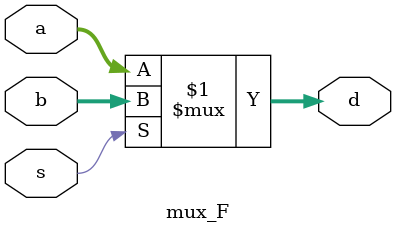
<source format=sv>
module mux_F (input logic s,
					  input logic [63:0] a, b,
					  output logic [63:0] d);
					  
	assign d = s ? b : a;
endmodule

</source>
